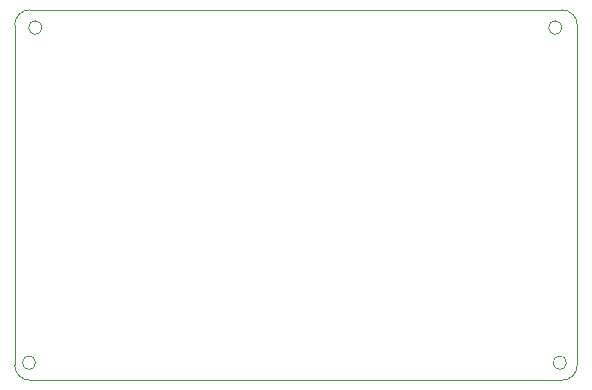
<source format=gbr>
G04 #@! TF.GenerationSoftware,KiCad,Pcbnew,5.1.5+dfsg1-2build2*
G04 #@! TF.CreationDate,2021-06-16T02:42:27+02:00*
G04 #@! TF.ProjectId,circuit9,63697263-7569-4743-992e-6b696361645f,rev?*
G04 #@! TF.SameCoordinates,Original*
G04 #@! TF.FileFunction,Profile,NP*
%FSLAX46Y46*%
G04 Gerber Fmt 4.6, Leading zero omitted, Abs format (unit mm)*
G04 Created by KiCad (PCBNEW 5.1.5+dfsg1-2build2) date 2021-06-16 02:42:27*
%MOMM*%
%LPD*%
G04 APERTURE LIST*
%ADD10C,0.100000*%
G04 APERTURE END LIST*
D10*
X25429481Y-24612600D02*
G75*
G03X25429481Y-24612600I-567961J0D01*
G01*
X69452761Y-24612600D02*
G75*
G03X69452761Y-24612600I-567961J0D01*
G01*
X24892000Y-52984400D02*
G75*
G03X24892000Y-52984400I-567961J0D01*
G01*
X24384000Y-23114000D02*
X69469000Y-23114000D01*
X23114000Y-53187600D02*
X23114000Y-24384000D01*
X69469000Y-54457600D02*
X24384000Y-54457600D01*
X70739000Y-24384000D02*
X70739000Y-53187600D01*
X70739000Y-53187600D02*
G75*
G02X69469000Y-54457600I-1270000J0D01*
G01*
X24384000Y-54457600D02*
G75*
G02X23114000Y-53187600I0J1270000D01*
G01*
X23114000Y-24384000D02*
G75*
G02X24384000Y-23114000I1270000J0D01*
G01*
X69469000Y-23114000D02*
G75*
G02X70739000Y-24384000I0J-1270000D01*
G01*
X69833761Y-52984400D02*
G75*
G03X69833761Y-52984400I-567961J0D01*
G01*
M02*

</source>
